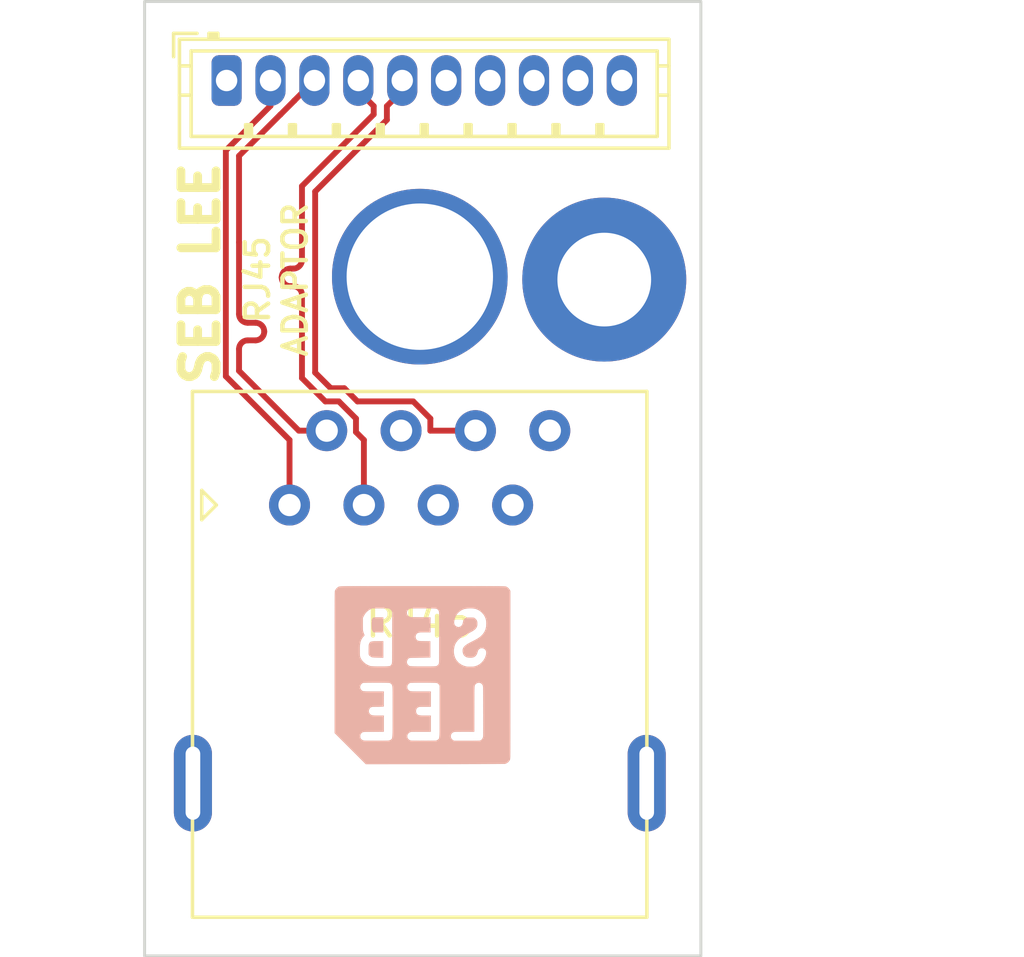
<source format=kicad_pcb>
(kicad_pcb (version 20240108) (generator "pcbnew") (generator_version "8.0")
  (layers (0 "F.Cu" signal) (31 "B.Cu" signal) (34 "B.Paste" user) (35 "F.Paste" user) (36 "B.SilkS" user "B.Silkscreen") (37 "F.SilkS" user "F.Silkscreen") (38 "B.Mask" user) (39 "F.Mask" user) (44 "Edge.Cuts" user))
  (net 0 "")
  (net 11 "/RX-")
  (net 12 "/RX+")
  (net 13 "/TX-")
  (net 14 "/TX+")
  (footprint "SebLee:RJ45_Vertical" (layer "F.Cu") (at 102.15 114.5)
    (property "Reference" "J1" (hide yes))
    (property "Value" "RJ45" (at 4.445 4 180) (layer "F.SilkS"))
    (fp_line (start -3.315 -3.88) (end -3.315 14.08) (stroke (width 0.12)) (layer "F.SilkS"))
    (fp_line (start -3.315 14.08) (end 12.205 14.08) (stroke (width 0.12)) (layer "F.SilkS"))
    (fp_line (start -3 -0.5) (end -3 0.5) (stroke (width 0.12)) (layer "F.SilkS"))
    (fp_line (start -3 0.5) (end -2.5 0) (stroke (width 0.12)) (layer "F.SilkS"))
    (fp_line (start -2.5 0) (end -3 -0.5) (stroke (width 0.12)) (layer "F.SilkS"))
    (fp_line (start 12.205 -3.88) (end -3.315 -3.88) (stroke (width 0.12)) (layer "F.SilkS"))
    (fp_line (start 12.205 -3.88) (end 12.205 14.08) (stroke (width 0.12)) (layer "F.SilkS"))
    (pad "" np_thru_hole circle (at -1.27 6.35) (size 3.2 3.2) (drill 3.2) (layers "*.Cu" "*.Mask"))
    (pad "" np_thru_hole circle (at 10.16 6.35) (size 3.2 3.2) (drill 3.2) (layers "*.Cu" "*.Mask"))
    (pad "1" thru_hole circle (at 0 0) (size 1.4 1.4) (drill 0.76) (layers "*.Cu" "*.Mask") (net 14 "/TX+"))
    (pad "2" thru_hole circle (at 1.27 -2.54) (size 1.4 1.4) (drill 0.76) (layers "*.Cu" "*.Mask") (net 13 "/TX-"))
    (pad "3" thru_hole circle (at 2.54 0) (size 1.4 1.4) (drill 0.76) (layers "*.Cu" "*.Mask") (net 12 "/RX+"))
    (pad "4" thru_hole circle (at 3.81 -2.54) (size 1.4 1.4) (drill 0.76) (layers "*.Cu" "*.Mask"))
    (pad "5" thru_hole circle (at 5.08 0) (size 1.4 1.4) (drill 0.76) (layers "*.Cu" "*.Mask"))
    (pad "6" thru_hole circle (at 6.35 -2.54) (size 1.4 1.4) (drill 0.76) (layers "*.Cu" "*.Mask") (net 11 "/RX-"))
    (pad "7" thru_hole circle (at 7.62 0) (size 1.4 1.4) (drill 0.76) (layers "*.Cu" "*.Mask"))
    (pad "8" thru_hole circle (at 8.89 -2.54) (size 1.4 1.4) (drill 0.76) (layers "*.Cu" "*.Mask"))
    (pad "SH" thru_hole oval (at -3.3 9.5) (size 1.3 3.3) (drill oval 0.5 2.5) (layers "*.Cu" "*.Mask"))
    (pad "SH" thru_hole oval (at 12.2 9.5) (size 1.3 3.3) (drill oval 0.5 2.5) (layers "*.Cu" "*.Mask"))
  )
  (footprint "MountingHole:MountingHole_3.2mm_M3_DIN965_Pad" (layer "F.Cu") (at 112.9 106.8)
    (property "Reference" "REF**" (hide yes))
    (property "Value" "MountingHole_3.2mm_M3_DIN965_Pad")
    (pad "1" thru_hole circle (at 0 0) (size 5.6 5.6) (drill 3.2) (layers "*.Cu" "*.Mask"))
  )
  (footprint "MountingHole:MountingHole_3.2mm_M3_DIN965_Pad" (layer "F.Cu") (at 106.6 106.7)
    (property "Reference" "REF**" (hide yes))
    (property "Value" "MountingHole_3.2mm_M3_DIN965_Pad")
    (pad "1" thru_hole circle (at 0 0) (size 6 6) (drill 5) (layers "*.Cu" "*.Mask"))
  )
  (footprint "SebLee:JST_ZH_B10B-ZR_1x10_P1.50mm_Vertical" (layer "F.Cu") (at 100 100)
    (property "Reference" "J2" (hide yes))
    (property "Value" "Conn_01x10_Male")
    (fp_line (start -1.81 -1.61) (end -1.81 -0.81) (stroke (width 0.12)) (layer "F.SilkS"))
    (fp_line (start -1.61 -1.41) (end -1.61 2.31) (stroke (width 0.12)) (layer "F.SilkS"))
    (fp_line (start -1.61 -0.5) (end -1.21 -0.5) (stroke (width 0.12)) (layer "F.SilkS"))
    (fp_line (start -1.61 0.5) (end -1.21 0.5) (stroke (width 0.12)) (layer "F.SilkS"))
    (fp_line (start -1.61 2.31) (end 15.11 2.31) (stroke (width 0.12)) (layer "F.SilkS"))
    (fp_line (start -1.21 -1.01) (end -1.21 1.91) (stroke (width 0.12)) (layer "F.SilkS"))
    (fp_line (start -1.21 1.91) (end 14.71 1.91) (stroke (width 0.12)) (layer "F.SilkS"))
    (fp_line (start -1.01 -1.61) (end -1.81 -1.61) (stroke (width 0.12)) (layer "F.SilkS"))
    (fp_line (start -0.6 -1.61) (end -0.6 -1.41) (stroke (width 0.12)) (layer "F.SilkS"))
    (fp_line (start -0.3 -1.61) (end -0.6 -1.61) (stroke (width 0.12)) (layer "F.SilkS"))
    (fp_line (start -0.3 -1.51) (end -0.6 -1.51) (stroke (width 0.12)) (layer "F.SilkS"))
    (fp_line (start -0.3 -1.41) (end -0.3 -1.61) (stroke (width 0.12)) (layer "F.SilkS"))
    (fp_line (start 0.65 1.51) (end 0.85 1.51) (stroke (width 0.12)) (layer "F.SilkS"))
    (fp_line (start 0.65 1.91) (end 0.65 1.51) (stroke (width 0.12)) (layer "F.SilkS"))
    (fp_line (start 0.75 1.91) (end 0.75 1.51) (stroke (width 0.12)) (layer "F.SilkS"))
    (fp_line (start 0.85 1.51) (end 0.85 1.91) (stroke (width 0.12)) (layer "F.SilkS"))
    (fp_line (start 2.15 1.51) (end 2.35 1.51) (stroke (width 0.12)) (layer "F.SilkS"))
    (fp_line (start 2.15 1.91) (end 2.15 1.51) (stroke (width 0.12)) (layer "F.SilkS"))
    (fp_line (start 2.25 1.91) (end 2.25 1.51) (stroke (width 0.12)) (layer "F.SilkS"))
    (fp_line (start 2.35 1.51) (end 2.35 1.91) (stroke (width 0.12)) (layer "F.SilkS"))
    (fp_line (start 3.65 1.51) (end 3.85 1.51) (stroke (width 0.12)) (layer "F.SilkS"))
    (fp_line (start 3.65 1.91) (end 3.65 1.51) (stroke (width 0.12)) (layer "F.SilkS"))
    (fp_line (start 3.75 1.91) (end 3.75 1.51) (stroke (width 0.12)) (layer "F.SilkS"))
    (fp_line (start 3.85 1.51) (end 3.85 1.91) (stroke (width 0.12)) (layer "F.SilkS"))
    (fp_line (start 5.15 1.51) (end 5.35 1.51) (stroke (width 0.12)) (layer "F.SilkS"))
    (fp_line (start 5.15 1.91) (end 5.15 1.51) (stroke (width 0.12)) (layer "F.SilkS"))
    (fp_line (start 5.25 1.91) (end 5.25 1.51) (stroke (width 0.12)) (layer "F.SilkS"))
    (fp_line (start 5.35 1.51) (end 5.35 1.91) (stroke (width 0.12)) (layer "F.SilkS"))
    (fp_line (start 6.65 1.51) (end 6.85 1.51) (stroke (width 0.12)) (layer "F.SilkS"))
    (fp_line (start 6.65 1.91) (end 6.65 1.51) (stroke (width 0.12)) (layer "F.SilkS"))
    (fp_line (start 6.75 1.91) (end 6.75 1.51) (stroke (width 0.12)) (layer "F.SilkS"))
    (fp_line (start 6.85 1.51) (end 6.85 1.91) (stroke (width 0.12)) (layer "F.SilkS"))
    (fp_line (start 8.15 1.51) (end 8.35 1.51) (stroke (width 0.12)) (layer "F.SilkS"))
    (fp_line (start 8.15 1.91) (end 8.15 1.51) (stroke (width 0.12)) (layer "F.SilkS"))
    (fp_line (start 8.25 1.91) (end 8.25 1.51) (stroke (width 0.12)) (layer "F.SilkS"))
    (fp_line (start 8.35 1.51) (end 8.35 1.91) (stroke (width 0.12)) (layer "F.SilkS"))
    (fp_line (start 9.65 1.51) (end 9.85 1.51) (stroke (width 0.12)) (layer "F.SilkS"))
    (fp_line (start 9.65 1.91) (end 9.65 1.51) (stroke (width 0.12)) (layer "F.SilkS"))
    (fp_line (start 9.75 1.91) (end 9.75 1.51) (stroke (width 0.12)) (layer "F.SilkS"))
    (fp_line (start 9.85 1.51) (end 9.85 1.91) (stroke (width 0.12)) (layer "F.SilkS"))
    (fp_line (start 11.15 1.51) (end 11.35 1.51) (stroke (width 0.12)) (layer "F.SilkS"))
    (fp_line (start 11.15 1.91) (end 11.15 1.51) (stroke (width 0.12)) (layer "F.SilkS"))
    (fp_line (start 11.25 1.91) (end 11.25 1.51) (stroke (width 0.12)) (layer "F.SilkS"))
    (fp_line (start 11.35 1.51) (end 11.35 1.91) (stroke (width 0.12)) (layer "F.SilkS"))
    (fp_line (start 12.65 1.51) (end 12.85 1.51) (stroke (width 0.12)) (layer "F.SilkS"))
    (fp_line (start 12.65 1.91) (end 12.65 1.51) (stroke (width 0.12)) (layer "F.SilkS"))
    (fp_line (start 12.75 1.91) (end 12.75 1.51) (stroke (width 0.12)) (layer "F.SilkS"))
    (fp_line (start 12.85 1.51) (end 12.85 1.91) (stroke (width 0.12)) (layer "F.SilkS"))
    (fp_line (start 14.71 -1.01) (end -1.21 -1.01) (stroke (width 0.12)) (layer "F.SilkS"))
    (fp_line (start 14.71 1.91) (end 14.71 -1.01) (stroke (width 0.12)) (layer "F.SilkS"))
    (fp_line (start 15.11 -1.41) (end -1.61 -1.41) (stroke (width 0.12)) (layer "F.SilkS"))
    (fp_line (start 15.11 -0.5) (end 14.71 -0.5) (stroke (width 0.12)) (layer "F.SilkS"))
    (fp_line (start 15.11 0.5) (end 14.71 0.5) (stroke (width 0.12)) (layer "F.SilkS"))
    (fp_line (start 15.11 2.31) (end 15.11 -1.41) (stroke (width 0.12)) (layer "F.SilkS"))
    (pad "1" thru_hole roundrect (at 0 0) (size 1.03 1.73) (drill 0.73) (layers "*.Cu" "*.Mask") (roundrect_rratio 0.2427184466))
    (pad "2" thru_hole oval (at 1.5 0) (size 1.03 1.73) (drill 0.73) (layers "*.Cu" "*.Mask") (net 14 "/TX+"))
    (pad "3" thru_hole oval (at 3 0) (size 1.03 1.73) (drill 0.73) (layers "*.Cu" "*.Mask") (net 13 "/TX-"))
    (pad "4" thru_hole oval (at 4.5 0) (size 1.03 1.73) (drill 0.73) (layers "*.Cu" "*.Mask") (net 12 "/RX+"))
    (pad "5" thru_hole oval (at 6 0) (size 1.03 1.73) (drill 0.73) (layers "*.Cu" "*.Mask") (net 11 "/RX-"))
    (pad "6" thru_hole oval (at 7.5 0) (size 1.03 1.73) (drill 0.73) (layers "*.Cu" "*.Mask"))
    (pad "7" thru_hole oval (at 9 0) (size 1.03 1.73) (drill 0.73) (layers "*.Cu" "*.Mask"))
    (pad "8" thru_hole oval (at 10.5 0) (size 1.03 1.73) (drill 0.73) (layers "*.Cu" "*.Mask"))
    (pad "9" thru_hole oval (at 12 0) (size 1.03 1.73) (drill 0.73) (layers "*.Cu" "*.Mask"))
    (pad "10" thru_hole oval (at 13.5 0) (size 1.03 1.73) (drill 0.73) (layers "*.Cu" "*.Mask"))
  )
  (footprint "SebLee:SebLee6mm" (layer "B.Cu") (at 106.7 120.3 180)
    (property "Reference" "G***" (hide yes))
    (property "Value" "LOGO" (hide yes))
    (fp_poly (pts (xy 1.581538 1.960771) (xy 1.628723 1.959741) (xy 1.662213 1.956734) (xy 1.68532 1.950696) (xy 1.701356 1.940571) (xy 1.713633 1.925305) (xy 1.725462 1.903842) (xy 1.731054 1.892805) (xy 1.738352 1.873227) (xy 1.743262 1.846047) (xy 1.746145 1.807574) (xy 1.747362 1.754115) (xy 1.747463 1.725165) (xy 1.746458 1.653633) (xy 1.743045 1.598736) (xy 1.73652 1.556863) (xy 1.726182 1.524402) (xy 1.711327 1.497739) (xy 1.700506 1.483676) (xy 1.674593 1.45288) (xy 1.35128 1.45288) (xy 1.35128 1.96088) (xy 1.517345 1.96088) (xy 1.581538 1.960771)) (stroke (width 0.01)) (fill solid) (layer "B.SilkS"))
    (fp_poly (pts (xy 1.55194 1.146459) (xy 1.627697 1.144852) (xy 1.685963 1.142441) (xy 1.729569 1.138421) (xy 1.761344 1.131987) (xy 1.784117 1.122337) (xy 1.800718 1.108666) (xy 1.813977 1.090169) (xy 1.825384 1.068746) (xy 1.832792 1.050428) (xy 1.83824 1.027348) (xy 1.842113 0.995956) (xy 1.844795 0.952702) (xy 1.84667 0.894036) (xy 1.847254 0.866813) (xy 1.84821 0.79853) (xy 1.847314 0.74719) (xy 1.84349 0.709428) (xy 1.835665 0.681883) (xy 1.822762 0.661191) (xy 1.803707 0.643989) (xy 1.777423 0.626914) (xy 1.768938 0.621884) (xy 1.751595 0.612118) (xy 1.735364 0.604917) (xy 1.716773 0.59982) (xy 1.69235 0.596366) (xy 1.658623 0.594093) (xy 1.612118 0.592539) (xy 1.549365 0.591244) (xy 1.5367 0.591014) (xy 1.35128 0.587667) (xy 1.35128 1.149918) (xy 1.55194 1.146459)) (stroke (width 0.01)) (fill solid) (layer "B.SilkS"))
    (fp_poly (pts (xy 0.007293 3.027457) (xy 0.290841 3.027432) (xy 0.554782 3.027397) (xy 0.799829 3.02735) (xy 1.026696 3.027285) (xy 1.236095 3.027197) (xy 1.428741 3.027082) (xy 1.605346 3.026935) (xy 1.766622 3.026752) (xy 1.913285 3.026526) (xy 2.046046 3.026255) (xy 2.165619 3.025933) (xy 2.272717 3.025556) (xy 2.368053 3.025118) (xy 2.452341 3.024615) (xy 2.526293 3.024042) (xy 2.590623 3.023395) (xy 2.646044 3.022669) (xy 2.693269 3.021859) (xy 2.733012 3.02096) (xy 2.765985 3.019969) (xy 2.792902 3.018879) (xy 2.814475 3.017686) (xy 2.831419 3.016386) (xy 2.844446 3.014973) (xy 2.85427 3.013444) (xy 2.861603 3.011793) (xy 2.867159 3.010016) (xy 2.870767 3.008517) (xy 2.910002 2.983323) (xy 2.948119 2.946537) (xy 2.979233 2.904805) (xy 2.997183 2.865784) (xy 2.998389 2.851192) (xy 2.999522 2.816499) (xy 3.000583 2.761925) (xy 3.001569 2.68769) (xy 3.002481 2.594013) (xy 3.003316 2.481113) (xy 3.004075 2.34921) (xy 3.004756 2.198523) (xy 3.005359 2.029273) (xy 3.005882 1.841677) (xy 3.006325 1.635956) (xy 3.006687 1.41233) (xy 3.006966 1.171017) (xy 3.007162 0.912237) (xy 3.007274 0.63621) (xy 3.007303 0.42151) (xy 3.00736 -1.986541) (xy 2.476273 -2.51727) (xy 1.945187 -3.048) (xy -0.411707 -3.046831) (xy -0.629565 -3.046693) (xy -0.842289 -3.046497) (xy -1.048968 -3.046249) (xy -1.24869 -3.04595) (xy -1.440545 -3.045604) (xy -1.623621 -3.045214) (xy -1.797007 -3.044783) (xy -1.959792 -3.044315) (xy -2.111064 -3.043812) (xy -2.249914 -3.043278) (xy -2.375429 -3.042716) (xy -2.486698 -3.042129) (xy -2.582811 -3.041521) (xy -2.662855 -3.040894) (xy -2.725921 -3.040251) (xy -2.771097 -3.039597) (xy -2.797472 -3.038933) (xy -2.80416 -3.038487) (xy -2.868017 -3.015591) (xy -2.922529 -2.974989) (xy -2.966588 -2.917551) (xy -2.973181 -2.90576) (xy -2.975069 -2.901761) (xy -2.976828 -2.896633) (xy -2.978461 -2.889671) (xy -2.979974 -2.880168) (xy -2.981372 -2.867416) (xy -2.982657 -2.85071) (xy -2.983836 -2.829343) (xy -2.984913 -2.802608) (xy -2.985893 -2.769799) (xy -2.98678 -2.730209) (xy -2.987578 -2.683132) (xy -2.988293 -2.62786) (xy -2.988929 -2.563688) (xy -2.98949 -2.489908) (xy -2.989982 -2.405815) (xy -2.990408 -2.310701) (xy -2.990774 -2.203861) (xy -2.991084 -2.084587) (xy -2.991342 -1.952172) (xy -2.991554 -1.805911) (xy -2.991724 -1.645097) (xy -2.991767 -1.586793) (xy -2.071388 -1.586793) (xy -2.071309 -1.696857) (xy -2.07108 -1.79712) (xy -2.070707 -1.885952) (xy -2.070197 -1.961721) (xy -2.069554 -2.022795) (xy -2.068785 -2.067542) (xy -2.067896 -2.09433) (xy -2.067462 -2.100067) (xy -2.052253 -2.158771) (xy -2.02298 -2.205478) (xy -1.98128 -2.237581) (xy -1.980998 -2.237724) (xy -1.970869 -2.242063) (xy -1.958089 -2.245639) (xy -1.94073 -2.248525) (xy -1.916865 -2.250794) (xy -1.884568 -2.252517) (xy -1.841912 -2.253768) (xy -1.786971 -2.254619) (xy -1.717818 -2.255143) (xy -1.632526 -2.255413) (xy -1.529169 -2.255502) (xy -1.509653 -2.255504) (xy -1.073666 -2.25552) (xy -1.030915 -2.230466) (xy -0.990677 -2.196682) (xy -0.965368 -2.154057) (xy -0.954843 -2.106733) (xy -0.958957 -2.058851) (xy -0.977563 -2.014551) (xy -1.010516 -1.977974) (xy -1.040431 -1.959903) (xy -1.053327 -1.954714) (xy -1.068244 -1.950562) (xy -1.087477 -1.947329) (xy -1.113318 -1.944901) (xy -1.148061 -1.943162) (xy -1.194 -1.941996) (xy -1.253428 -1.941288) (xy -1.328639 -1.940921) (xy -1.419677 -1.940783) (xy -1.757314 -1.94056) (xy -1.759156 -1.408361) (xy -0.579135 -1.408361) (xy -0.579128 -1.546015) (xy -0.579028 -1.665947) (xy -0.57876 -1.769457) (xy -0.578252 -1.857843) (xy -0.57743 -1.932406) (xy -0.576221 -1.994443) (xy -0.574552 -2.045255) (xy -0.572349 -2.086141) (xy -0.569539 -2.118399) (xy -0.566049 -2.143329) (xy -0.561805 -2.16223) (xy -0.556735 -2.176401) (xy -0.550765 -2.187142) (xy -0.543822 -2.195751) (xy -0.535831 -2.203528) (xy -0.526722 -2.211771) (xy -0.52487 -2.213487) (xy -0.496047 -2.233263) (xy -0.465484 -2.245675) (xy -0.448266 -2.247393) (xy -0.413053 -2.248907) (xy -0.362172 -2.250184) (xy -0.297948 -2.251193) (xy -0.222706 -2.2519) (xy -0.138771 -2.252273) (xy -0.04847 -2.252279) (xy -0.00508 -2.252148) (xy 0.099234 -2.251705) (xy 0.185194 -2.251224) (xy 0.254763 -2.250602) (xy 0.309905 -2.249739) (xy 0.352586 -2.248533) (xy 0.384769 -2.246883) (xy 0.40842 -2.244687) (xy 0.425502 -2.241843) (xy 0.437981 -2.238251) (xy 0.447821 -2.233808) (xy 0.456986 -2.228414) (xy 0.4572 -2.228281) (xy 0.498651 -2.192188) (xy 0.523851 -2.148353) (xy 0.532943 -2.100678) (xy 0.526072 -2.053062) (xy 0.503381 -2.009407) (xy 0.465015 -1.973613) (xy 0.447427 -1.96342) (xy 0.43453 -1.95721) (xy 0.421566 -1.95224) (xy 0.406219 -1.948372) (xy 0.386175 -1.945469) (xy 0.359118 -1.943391) (xy 0.322733 -1.942001) (xy 0.274705 -1.941161) (xy 0.212719 -1.940732) (xy 0.13446 -1.940578) (xy 0.063887 -1.94056) (xy -0.27432 -1.94056) (xy -0.27432 -1.413926) (xy 1.026344 -1.413926) (xy 1.026357 -1.551205) (xy 1.026489 -1.670761) (xy 1.026806 -1.773893) (xy 1.027374 -1.8619) (xy 1.028259 -1.93608) (xy 1.029528 -1.997733) (xy 1.031246 -2.048156) (xy 1.033481 -2.088648) (xy 1.036298 -2.120509) (xy 1.039763 -2.145036) (xy 1.043944 -2.163529) (xy 1.048905 -2.177286) (xy 1.054714 -2.187605) (xy 1.061437 -2.195786) (xy 1.069139 -2.203127) (xy 1.074885 -2.208226) (xy 1.088083 -2.21924) (xy 1.101992 -2.228374) (xy 1.118533 -2.235792) (xy 1.139628 -2.241655) (xy 1.1672 -2.246128) (xy 1.20317 -2.249373) (xy 1.24946 -2.251552) (xy 1.307993 -2.252829) (xy 1.380691 -2.253367) (xy 1.469474 -2.253328) (xy 1.576267 -2.252876) (xy 1.6002 -2.252749) (xy 1.704805 -2.252143) (xy 1.791051 -2.251499) (xy 1.8609 -2.250722) (xy 1.916312 -2.249715) (xy 1.95925 -2.248381) (xy 1.991673 -2.246625) (xy 2.015544 -2.244351) (xy 2.032823 -2.241461) (xy 2.045471 -2.237861) (xy 2.055451 -2.233453) (xy 2.061417 -2.23012) (xy 2.104193 -2.197304) (xy 2.129108 -2.158045) (xy 2.138469 -2.108403) (xy 2.13868 -2.09804) (xy 2.132817 -2.048997) (xy 2.113263 -2.009165) (xy 2.077063 -1.972993) (xy 2.068745 -1.966587) (xy 2.060489 -1.961007) (xy 2.05077 -1.956488) (xy 2.03744 -1.952896) (xy 2.018354 -1.950096) (xy 1.991363 -1.947955) (xy 1.954321 -1.946337) (xy 1.905082 -1.945108) (xy 1.841497 -1.944134) (xy 1.76142 -1.943281) (xy 1.685833 -1.942609) (xy 1.33096 -1.939579) (xy 1.33096 -1.39192) (xy 1.524326 -1.39192) (xy 1.6021 -1.391404) (xy 1.661744 -1.38977) (xy 1.705425 -1.386883) (xy 1.73531 -1.382613) (xy 1.75086 -1.378061) (xy 1.790394 -1.352451) (xy 1.823128 -1.314685) (xy 1.843042 -1.27206) (xy 1.844848 -1.264182) (xy 1.844316 -1.219193) (xy 1.829412 -1.172449) (xy 1.803457 -1.13219) (xy 1.784828 -1.115188) (xy 1.772794 -1.107387) (xy 1.759516 -1.101466) (xy 1.741976 -1.097072) (xy 1.717155 -1.093854) (xy 1.682032 -1.091458) (xy 1.633591 -1.089533) (xy 1.56881 -1.087726) (xy 1.54432 -1.08712) (xy 1.33604 -1.08204) (xy 1.333325 -0.8255) (xy 1.330611 -0.56896) (xy 1.678924 -0.56896) (xy 1.773105 -0.568887) (xy 1.849178 -0.568596) (xy 1.90935 -0.56798) (xy 1.955834 -0.566928) (xy 1.990839 -0.565334) (xy 2.016575 -0.563087) (xy 2.035252 -0.560081) (xy 2.049081 -0.556205) (xy 2.060271 -0.551352) (xy 2.062638 -0.550122) (xy 2.097914 -0.521576) (xy 2.125802 -0.480957) (xy 2.141557 -0.436107) (xy 2.143425 -0.41656) (xy 2.134706 -0.37237) (xy 2.111712 -0.328869) (xy 2.079187 -0.293897) (xy 2.062638 -0.282997) (xy 2.052924 -0.278433) (xy 2.041249 -0.274669) (xy 2.025685 -0.271628) (xy 2.004307 -0.269233) (xy 1.975188 -0.267409) (xy 1.9364 -0.266079) (xy 1.886018 -0.265166) (xy 1.822114 -0.264595) (xy 1.742762 -0.264289) (xy 1.646034 -0.264171) (xy 1.587253 -0.26416) (xy 1.480991 -0.264193) (xy 1.393094 -0.264348) (xy 1.321607 -0.264712) (xy 1.264573 -0.265368) (xy 1.22004 -0.266402) (xy 1.18605 -0.267899) (xy 1.160649 -0.269943) (xy 1.141882 -0.272621) (xy 1.127793 -0.276016) (xy 1.116428 -0.280215) (xy 1.106271 -0.285076) (xy 1.068874 -0.312658) (xy 1.045939 -0.348576) (xy 1.042528 -0.356772) (xy 1.039542 -0.366244) (xy 1.036953 -0.378323) (xy 1.034732 -0.394343) (xy 1.03285 -0.415638) (xy 1.031279 -0.44354) (xy 1.029991 -0.479382) (xy 1.028955 -0.524499) (xy 1.028145 -0.580222) (xy 1.027531 -0.647886) (xy 1.027083 -0.728824) (xy 1.026775 -0.824368) (xy 1.026577 -0.935852) (xy 1.02646 -1.064609) (xy 1.026395 -1.211972) (xy 1.026383 -1.257626) (xy 1.026344 -1.413926) (xy -0.27432 -1.413926) (xy -0.27432 -1.39192) (xy -0.07874 -1.391904) (xy -0.001082 -1.391439) (xy 0.059187 -1.389582) (xy 0.104989 -1.385617) (xy 0.139243 -1.37883) (xy 0.164869 -1.368504) (xy 0.184789 -1.353924) (xy 0.201922 -1.334375) (xy 0.211516 -1.3208) (xy 0.228541 -1.280483) (xy 0.233394 -1.233432) (xy 0.226446 -1.187052) (xy 0.208069 -1.148747) (xy 0.202561 -1.142173) (xy 0.184649 -1.124198) (xy 0.166923 -1.110618) (xy 0.146288 -1.100821) (xy 0.119647 -1.094194) (xy 0.083903 -1.090125) (xy 0.035961 -1.088001) (xy -0.027276 -1.08721) (xy -0.075696 -1.08712) (xy -0.27432 -1.08712) (xy -0.27432 -0.56896) (xy 0.074697 -0.56896) (xy 0.168106 -0.56893) (xy 0.243392 -0.568755) (xy 0.302753 -0.568302) (xy 0.348386 -0.56744) (xy 0.382488 -0.566039) (xy 0.407258 -0.563966) (xy 0.424892 -0.561091) (xy 0.437588 -0.557282) (xy 0.447543 -0.552407) (xy 0.456954 -0.546337) (xy 0.457303 -0.5461) (xy 0.499001 -0.511002) (xy 0.523032 -0.472668) (xy 0.532008 -0.426579) (xy 0.532227 -0.41656) (xy 0.525819 -0.368484) (xy 0.504853 -0.329022) (xy 0.466718 -0.293657) (xy 0.457303 -0.28702) (xy 0.448937 -0.281532) (xy 0.440186 -0.277002) (xy 0.429139 -0.273337) (xy 0.413884 -0.270445) (xy 0.39251 -0.268236) (xy 0.363105 -0.266618) (xy 0.323757 -0.265498) (xy 0.272555 -0.264785) (xy 0.207587 -0.264388) (xy 0.126943 -0.264215) (xy 0.028709 -0.264175) (xy -0.019283 -0.264175) (xy -0.131596 -0.264208) (xy -0.225438 -0.264459) (xy -0.302656 -0.265168) (xy -0.3651 -0.266578) (xy -0.414618 -0.26893) (xy -0.453057 -0.272464) (xy -0.482268 -0.277423) (xy -0.504098 -0.284047) (xy -0.520395 -0.292578) (xy -0.533008 -0.303256) (xy -0.543786 -0.316324) (xy -0.554576 -0.332023) (xy -0.556058 -0.334242) (xy -0.57912 -0.368764) (xy -0.57912 -1.251687) (xy -0.579135 -1.408361) (xy -1.759156 -1.408361) (xy -1.760037 -1.1539) (xy -1.760547 -1.008955) (xy -1.761032 -0.882947) (xy -1.761533 -0.774494) (xy -1.762089 -0.682214) (xy -1.762743 -0.604725) (xy -1.763534 -0.540643) (xy -1.764503 -0.488588) (xy -1.765692 -0.447176) (xy -1.767139 -0.415025) (xy -1.768887 -0.390752) (xy -1.770975 -0.372976) (xy -1.773445 -0.360314) (xy -1.776337 -0.351384) (xy -1.779692 -0.344803) (xy -1.78355 -0.339188) (xy -1.784015 -0.33856) (xy -1.825555 -0.296404) (xy -1.872439 -0.271831) (xy -1.921395 -0.264756) (xy -1.969148 -0.275091) (xy -2.012424 -0.302751) (xy -2.046691 -0.345474) (xy -2.050437 -0.352239) (xy -2.053712 -0.359839) (xy -2.056554 -0.369624) (xy -2.059 -0.382947) (xy -2.061086 -0.40116) (xy -2.062852 -0.425614) (xy -2.064333 -0.457661) (xy -2.065567 -0.498652) (xy -2.066591 -0.549939) (xy -2.067444 -0.612874) (xy -2.068161 -0.688808) (xy -2.068781 -0.779094) (xy -2.06934 -0.885083) (xy -2.069876 -1.008126) (xy -2.070427 -1.149576) (xy -2.070669 -1.21412) (xy -2.071074 -1.343793) (xy -2.071312 -1.468561) (xy -2.071388 -1.586793) (xy -2.991767 -1.586793) (xy -2.991856 -1.469023) (xy -2.991955 -1.276982) (xy -2.992027 -1.068269) (xy -2.992074 -0.842175) (xy -2.992102 -0.597996) (xy -2.992116 -0.335024) (xy -2.99212 -0.052552) (xy -2.99212 1.748585) (xy -2.17424 1.748585) (xy -2.166896 1.641226) (xy -2.144293 1.545998) (xy -2.105579 1.460698) (xy -2.049899 1.383124) (xy -2.020258 1.351324) (xy -1.986648 1.319288) (xy -1.952303 1.2904) (xy -1.914182 1.262722) (xy -1.869243 1.234314) (xy -1.814445 1.203239) (xy -1.746747 1.167556) (xy -1.675228 1.131376) (xy -1.584926 1.084272) (xy -1.512501 1.041507) (xy -1.456431 1.001371) (xy -1.415195 0.962155) (xy -1.38727 0.922147) (xy -1.371135 0.879639) (xy -1.365268 0.832921) (xy -1.367532 0.785643) (xy -1.381832 0.719598) (xy -1.409367 0.668097) (xy -1.451254 0.629373) (xy -1.475048 0.615663) (xy -1.504587 0.602444) (xy -1.532542 0.594475) (xy -1.565801 0.590509) (xy -1.611253 0.589301) (xy -1.620917 0.58928) (xy -1.669551 0.590176) (xy -1.704285 0.593592) (xy -1.731494 0.600623) (xy -1.757546 0.612363) (xy -1.758622 0.612929) (xy -1.803464 0.647299) (xy -1.839537 0.69628) (xy -1.863473 0.754894) (xy -1.86793 0.774395) (xy -1.886879 0.83296) (xy -1.91858 0.876334) (xy -1.962134 0.903706) (xy -2.016642 0.914263) (xy -2.022878 0.914363) (xy -2.075997 0.904881) (xy -2.121005 0.877564) (xy -2.154913 0.834241) (xy -2.155428 0.833279) (xy -2.169886 0.794053) (xy -2.173123 0.748929) (xy -2.16523 0.693277) (xy -2.158684 0.665903) (xy -2.12609 0.576649) (xy -2.077947 0.494492) (xy -2.016862 0.421997) (xy -1.94544 0.361729) (xy -1.866291 0.316252) (xy -1.782021 0.288133) (xy -1.772817 0.286261) (xy -1.721147 0.279663) (xy -1.657478 0.27628) (xy -1.589881 0.27614) (xy -1.526426 0.279271) (xy -1.477606 0.28525) (xy -1.39324 0.309483) (xy -1.310305 0.349772) (xy -1.235528 0.402555) (xy -1.207351 0.42841) (xy -1.143478 0.506152) (xy -1.097259 0.593639) (xy -1.068966 0.690098) (xy -1.05887 0.794752) (xy -1.060639 0.848682) (xy -1.072906 0.943245) (xy -1.096075 1.024326) (xy -1.132164 1.096719) (xy -1.183192 1.165217) (xy -1.2033 1.187408) (xy -1.242381 1.225977) (xy -1.284864 1.261562) (xy -1.333885 1.29622) (xy -1.336043 1.297536) (xy -0.56388 1.297536) (xy -0.56388 1.280161) (xy -0.563875 1.125153) (xy -0.563838 0.989173) (xy -0.563739 0.87093) (xy -0.56355 0.76913) (xy -0.56324 0.682482) (xy -0.56278 0.609694) (xy -0.562139 0.549473) (xy -0.561287 0.500528) (xy -0.560196 0.461566) (xy -0.558835 0.431296) (xy -0.557174 0.408426) (xy -0.555184 0.391662) (xy -0.552835 0.379714) (xy -0.550096 0.37129) (xy -0.546939 0.365096) (xy -0.543333 0.359842) (xy -0.542626 0.358886) (xy -0.519185 0.33327) (xy -0.490505 0.309237) (xy -0.487784 0.30734) (xy -0.479347 0.301811) (xy -0.47052 0.297254) (xy -0.459372 0.293576) (xy -0.443974 0.290681) (xy -0.422395 0.288477) (xy -0.392706 0.286869) (xy -0.352977 0.285763) (xy -0.301277 0.285065) (xy -0.235678 0.284682) (xy -0.154248 0.284518) (xy -0.055059 0.284481) (xy -0.018492 0.28448) (xy 0.092723 0.284607) (xy 0.185312 0.285021) (xy 0.260965 0.285772) (xy 0.321374 0.286909) (xy 0.368232 0.288484) (xy 0.40323 0.290545) (xy 0.428059 0.293144) (xy 0.444411 0.296329) (xy 0.45038 0.298339) (xy 0.490329 0.324295) (xy 0.523183 0.362622) (xy 0.542956 0.406026) (xy 0.54452 0.413025) (xy 0.543847 0.455385) (xy 0.529812 0.501021) (xy 0.505747 0.541625) (xy 0.484412 0.562835) (xy 0.47604 0.568512) (xy 0.466282 0.573128) (xy 0.452998 0.576832) (xy 0.434045 0.57977) (xy 0.407281 0.582088) (xy 0.370565 0.583934) (xy 0.321755 0.585453) (xy 0.258709 0.586793) (xy 0.179286 0.5881) (xy 0.098332 0.58928) (xy -0.25908 0.59436) (xy -0.25908 1.143) (xy -0.0508 1.14808) (xy 0.019848 1.149928) (xy 0.073194 1.151788) (xy 0.112252 1.154008) (xy 0.140035 1.156937) (xy 0.15956 1.160925) (xy 0.173839 1.166321) (xy 0.185888 1.173474) (xy 0.189344 1.175889) (xy 0.224049 1.2122) (xy 0.244073 1.257971) (xy 0.248792 1.307989) (xy 0.237581 1.357041) (xy 0.215421 1.393655) (xy 0.197638 1.412809) (xy 0.178746 1.427363) (xy 0.155749 1.437936) (xy 0.125649 1.445148) (xy 0.085449 1.44962) (xy 0.032154 1.451971) (xy -0.037235 1.452821) (xy -0.070794 1.45288) (xy -0.26416 1.45288) (xy -0.26416 1.959888) (xy 0.08382 1.962924) (xy 0.177594 1.963803) (xy 0.25326 1.964721) (xy 0.313027 1.965815) (xy 0.359107 1.967218) (xy 0.393711 1.969066) (xy 0.419049 1.971494) (xy 0.437332 1.974637) (xy 0.450772 1.97863) (xy 0.461577 1.983608) (xy 0.466297 1.98628) (xy 0.509073 2.019096) (xy 0.533988 2.058355) (xy 0.543349 2.107997) (xy 0.54356 2.11836) (xy 0.541131 2.13868) (xy 1.035909 2.13868) (xy 1.038654 1.264811) (xy 1.039142 1.111526) (xy 1.039605 0.977246) (xy 1.040076 0.860658) (xy 1.040592 0.760448) (xy 1.041186 0.6753) (xy 1.041894 0.6039) (xy 1.042751 0.544935) (xy 1.043792 0.49709) (xy 1.045052 0.459051) (xy 1.046565 0.429503) (xy 1.048367 0.407133) (xy 1.050493 0.390626) (xy 1.052977 0.378667) (xy 1.055855 0.369944) (xy 1.05916 0.36314) (xy 1.062787 0.357168) (xy 1.075641 0.337404) (xy 1.088026 0.321601) (xy 1.102266 0.309315) (xy 1.120686 0.300103) (xy 1.14561 0.293521) (xy 1.179364 0.289126) (xy 1.22427 0.286475) (xy 1.282655 0.285123) (xy 1.356841 0.284628) (xy 1.443415 0.284547) (xy 1.53458 0.284714) (xy 1.607903 0.285332) (xy 1.665856 0.286515) (xy 1.710915 0.288376) (xy 1.745554 0.291025) (xy 1.772246 0.294576) (xy 1.793467 0.299141) (xy 1.799015 0.30069) (xy 1.88332 0.334278) (xy 1.962415 0.382584) (xy 2.032326 0.442338) (xy 2.08908 0.51027) (xy 2.121204 0.565859) (xy 2.130868 0.587345) (xy 2.13804 0.606998) (xy 2.14316 0.628388) (xy 2.146665 0.655084) (xy 2.148992 0.690656) (xy 2.150578 0.738675) (xy 2.151862 0.80271) (xy 2.152128 0.818151) (xy 2.151956 0.924727) (xy 2.147002 1.01434) (xy 2.136533 1.089939) (xy 2.119815 1.154473) (xy 2.096115 1.210893) (xy 2.064698 1.262146) (xy 2.031281 1.303965) (xy 1.990187 1.350651) (xy 2.018565 1.424626) (xy 2.02783 1.449359) (xy 2.034824 1.471011) (xy 2.039867 1.492936) (xy 2.043283 1.518487) (xy 2.045391 1.551019) (xy 2.046514 1.593886) (xy 2.046974 1.650443) (xy 2.047091 1.72212) (xy 2.04724 1.94564) (xy 2.014575 2.014603) (xy 1.970791 2.087798) (xy 1.913575 2.154371) (xy 1.847814 2.209248) (xy 1.799337 2.237976) (xy 1.732776 2.27076) (xy 1.453128 2.273836) (xy 1.370384 2.274699) (xy 1.305348 2.275144) (xy 1.255407 2.27501) (xy 1.21795 2.274131) (xy 1.190365 2.272347) (xy 1.17004 2.269492) (xy 1.154365 2.265405) (xy 1.140728 2.259922) (xy 1.12776 2.253516) (xy 1.088789 2.226688) (xy 1.061486 2.189246) (xy 1.058974 2.1844) (xy 1.035909 2.13868) (xy 0.541131 2.13868) (xy 0.537694 2.167414) (xy 0.51813 2.207251) (xy 0.481918 2.243417) (xy 0.473607 2.249813) (xy 0.466393 2.254782) (xy 0.45804 2.258896) (xy 0.446685 2.262236) (xy 0.430465 2.264883) (xy 0.407519 2.266916) (xy 0.375985 2.268417) (xy 0.334 2.269467) (xy 0.279702 2.270145) (xy 0.211229 2.270533) (xy 0.126718 2.27071) (xy 0.024308 2.270759) (xy -0.010161 2.27076) (xy -0.1183 2.270735) (xy -0.207981 2.270604) (xy -0.281067 2.270288) (xy -0.339419 2.269705) (xy -0.3849 2.268776) (xy -0.419372 2.267419) (xy -0.444698 2.265553) (xy -0.462738 2.263099) (xy -0.475356 2.259975) (xy -0.484414 2.256102) (xy -0.491774 2.251397) (xy -0.493928 2.249813) (xy -0.521054 2.225613) (xy -0.542933 2.200808) (xy -0.546571 2.195646) (xy -0.549761 2.189672) (xy -0.552533 2.181594) (xy -0.554916 2.17012) (xy -0.55694 2.153959) (xy -0.558634 2.131821) (xy -0.560027 2.102413) (xy -0.561149 2.064443) (xy -0.562028 2.016622) (xy -0.562696 1.957657) (xy -0.56318 1.886257) (xy -0.56351 1.801131) (xy -0.563716 1.700987) (xy -0.563826 1.584534) (xy -0.563872 1.450481) (xy -0.56388 1.297536) (xy -1.336043 1.297536) (xy -1.392584 1.332008) (xy -1.464096 1.370982) (xy -1.548496 1.413689) (xy -1.636716 1.458917) (xy -1.707431 1.499609) (xy -1.762415 1.537644) (xy -1.803443 1.574904) (xy -1.832288 1.61327) (xy -1.850725 1.654622) (xy -1.860529 1.700842) (xy -1.86343 1.74752) (xy -1.859279 1.809088) (xy -1.843515 1.857784) (xy -1.813725 1.898853) (xy -1.780368 1.928078) (xy -1.764401 1.939558) (xy -1.74923 1.947334) (xy -1.73057 1.952125) (xy -1.704136 1.954653) (xy -1.665641 1.955638) (xy -1.61544 1.9558) (xy -1.562003 1.955614) (xy -1.524584 1.954564) (xy -1.49888 1.951911) (xy -1.48059 1.946918) (xy -1.465411 1.938846) (xy -1.449539 1.927335) (xy -1.411019 1.88953) (xy -1.386906 1.843789) (xy -1.374636 1.786889) (xy -1.359788 1.729326) (xy -1.332009 1.683159) (xy -1.294177 1.650162) (xy -1.249172 1.632109) (xy -1.199872 1.630775) (xy -1.149158 1.647934) (xy -1.149151 1.647938) (xy -1.106106 1.680326) (xy -1.078988 1.723365) (xy -1.067578 1.77786) (xy -1.071654 1.844615) (xy -1.08193 1.892776) (xy -1.11702 1.991215) (xy -1.167336 2.076403) (xy -1.232401 2.147817) (xy -1.311741 2.204934) (xy -1.403233 2.246657) (xy -1.45131 2.258605) (xy -1.513085 2.266821) (xy -1.582781 2.271233) (xy -1.654624 2.271769) (xy -1.722837 2.268357) (xy -1.781647 2.260925) (xy -1.81864 2.251835) (xy -1.914047 2.209486) (xy -1.99669 2.151332) (xy -2.066755 2.077232) (xy -2.094772 2.037813) (xy -2.134899 1.964067) (xy -2.160346 1.886881) (xy -2.172594 1.800866) (xy -2.17424 1.748585) (xy -2.99212 1.748585) (xy -2.99212 2.86004) (xy -2.969706 2.901942) (xy -2.932741 2.95283) (xy -2.88367 2.994523) (xy -2.847667 3.01398) (xy -2.841598 3.015387) (xy -2.829905 3.016698) (xy -2.811934 3.017916) (xy -2.787031 3.019044) (xy -2.75454 3.020084) (xy -2.713806 3.021041) (xy -2.664177 3.021917) (xy -2.604996 3.022715) (xy -2.535609 3.023439) (xy -2.455362 3.024091) (xy -2.3636 3.024675) (xy -2.259668 3.025193) (xy -2.142913 3.025649) (xy -2.012678 3.026046) (xy -1.86831 3.026387) (xy -1.709155 3.026675) (xy -1.534557 3.026913) (xy -1.343861 3.027104) (xy -1.136414 3.027251) (xy -0.911561 3.027358) (xy -0.668647 3.027427) (xy -0.407018 3.027462) (xy -0.126018 3.027465) (xy 0.007293 3.027457)) (stroke (width 0.01)) (fill solid) (layer "B.SilkS"))
  )
  (gr_rect (start 97.2 97.3) (end 116.2 129.9) (stroke (width 0.1)) (fill none) (layer "Edge.Cuts"))
  (gr_text "SEB LEE" (at 99.1 106.6 90) (layer "F.SilkS") (effects (font (size 1.2 1.2) (thickness 0.3))))
  (gr_text "RJ45\nADAPTOR" (at 101.7 106.8 90) (layer "F.SilkS") (effects (font (size 0.8 0.8))))
  (segment (start 106.959511 111.96) (end 106.959511 111.545988) (width 0.2) (layer "F.Cu") (net 11))
  (segment (start 105.475 101.3432) (end 105.475 100.875) (width 0.2) (layer "F.Cu") (net 11))
  (segment (start 106.374012 110.960489) (end 104.470395 110.960489) (width 0.2) (layer "F.Cu") (net 11))
  (segment (start 108.5 111.96) (end 106.959511 111.96) (width 0.2) (layer "F.Cu") (net 11))
  (segment (start 103.025 109.976801) (end 103.025 103.7932) (width 0.2) (layer "F.Cu") (net 11))
  (segment (start 103.558697 110.510498) (end 103.025 109.976801) (width 0.2) (layer "F.Cu") (net 11))
  (segment (start 106 100.35) (end 106 100) (width 0.2) (layer "F.Cu") (net 11))
  (segment (start 105.475 100.875) (end 106 100.35) (width 0.2) (layer "F.Cu") (net 11))
  (segment (start 104.020404 110.510498) (end 103.558697 110.510498) (width 0.2) (layer "F.Cu") (net 11))
  (segment (start 104.470395 110.960489) (end 104.020404 110.510498) (width 0.2) (layer "F.Cu") (net 11))
  (segment (start 103.025 103.7932) (end 105.475 101.3432) (width 0.2) (layer "F.Cu") (net 11))
  (segment (start 106.959511 111.545988) (end 106.374012 110.960489) (width 0.2) (layer "F.Cu") (net 11))
  (segment (start 104.419511 112.00771) (end 104.419511 111.545988) (width 0.2) (layer "F.Cu") (net 12))
  (segment (start 104.69 112.278199) (end 104.419511 112.00771) (width 0.2) (layer "F.Cu") (net 12))
  (segment (start 102.182904 106.425) (end 102.275 106.425) (width 0.2) (layer "F.Cu") (net 12))
  (segment (start 102.575 106.075) (end 102.575 103.6068) (width 0.2) (layer "F.Cu") (net 12))
  (segment (start 103.834012 110.960489) (end 103.37229 110.960489) (width 0.2) (layer "F.Cu") (net 12))
  (segment (start 102.575 110.163199) (end 102.575 107.325) (width 0.2) (layer "F.Cu") (net 12))
  (segment (start 102.275 107.025) (end 102.182904 107.025) (width 0.2) (layer "F.Cu") (net 12))
  (segment (start 104.419511 111.545988) (end 103.834012 110.960489) (width 0.2) (layer "F.Cu") (net 12))
  (segment (start 104.5 100.35) (end 104.5 100) (width 0.2) (layer "F.Cu") (net 12))
  (segment (start 102.575 106.125) (end 102.575 106.075) (width 0.2) (layer "F.Cu") (net 12))
  (segment (start 102.575 103.6068) (end 105.025 101.1568) (width 0.2) (layer "F.Cu") (net 12))
  (segment (start 104.69 114.5) (end 104.69 112.278199) (width 0.2) (layer "F.Cu") (net 12))
  (segment (start 105.025 101.1568) (end 105.025 100.875) (width 0.2) (layer "F.Cu") (net 12))
  (segment (start 103.37229 110.960489) (end 102.575 110.163199) (width 0.2) (layer "F.Cu") (net 12))
  (segment (start 105.025 100.875) (end 104.5 100.35) (width 0.2) (layer "F.Cu") (net 12))
  (arc (start 102.182904 107.025) (mid 101.970772 106.937132) (end 101.882904 106.725) (width 0.2) (layer "F.Cu") (net 12))
  (arc (start 102.575 107.325) (mid 102.487132 107.112868) (end 102.275 107.025) (width 0.2) (layer "F.Cu") (net 12))
  (arc (start 101.882904 106.725) (mid 101.970772 106.512868) (end 102.182904 106.425) (width 0.2) (layer "F.Cu") (net 12))
  (arc (start 102.275 106.425) (mid 102.487132 106.337132) (end 102.575 106.125) (width 0.2) (layer "F.Cu") (net 12))
  (segment (start 102.31452 100.687385) (end 102.31452 100.68548) (width 0.2) (layer "F.Cu") (net 13))
  (segment (start 100.985902 108.275) (end 100.725 108.275) (width 0.2) (layer "F.Cu") (net 13))
  (segment (start 100.425 109.916801) (end 100.425 109.175) (width 0.2) (layer "F.Cu") (net 13))
  (segment (start 101.837385 101.16452) (end 102.31452 100.687385) (width 0.2) (layer "F.Cu") (net 13))
  (segment (start 100.425 102.575) (end 101.83548 101.16452) (width 0.2) (layer "F.Cu") (net 13))
  (segment (start 100.425 105.525) (end 100.425 102.575) (width 0.2) (layer "F.Cu") (net 13))
  (segment (start 100.425 107.975) (end 100.425 105.525) (width 0.2) (layer "F.Cu") (net 13))
  (segment (start 102.468199 111.96) (end 100.425 109.916801) (width 0.2) (layer "F.Cu") (net 13))
  (segment (start 101.83548 101.16452) (end 101.837385 101.16452) (width 0.2) (layer "F.Cu") (net 13))
  (segment (start 100.725 108.875) (end 100.985902 108.875) (width 0.2) (layer "F.Cu") (net 13))
  (segment (start 103.42 111.96) (end 102.468199 111.96) (width 0.2) (layer "F.Cu") (net 13))
  (segment (start 102.31452 100.68548) (end 103 100) (width 0.2) (layer "F.Cu") (net 13))
  (arc (start 101.285902 108.575) (mid 101.198034 108.362868) (end 100.985902 108.275) (width 0.2) (layer "F.Cu") (net 13))
  (arc (start 100.425 109.175) (mid 100.512868 108.962868) (end 100.725 108.875) (width 0.2) (layer "F.Cu") (net 13))
  (arc (start 100.985902 108.875) (mid 101.198034 108.787132) (end 101.285902 108.575) (width 0.2) (layer "F.Cu") (net 13))
  (arc (start 100.725 108.275) (mid 100.512868 108.187132) (end 100.425 107.975) (width 0.2) (layer "F.Cu") (net 13))
  (segment (start 99.975 110.103199) (end 99.975 102.388603) (width 0.2) (layer "F.Cu") (net 14))
  (segment (start 102.15 112.278199) (end 99.975 110.103199) (width 0.2) (layer "F.Cu") (net 14))
  (segment (start 101.5 100.863603) (end 101.5 100) (width 0.2) (layer "F.Cu") (net 14))
  (segment (start 102.15 114.5) (end 102.15 112.278199) (width 0.2) (layer "F.Cu") (net 14))
  (segment (start 99.975 102.388603) (end 101.5 100.863603) (width 0.2) (layer "F.Cu") (net 14))
)
</source>
